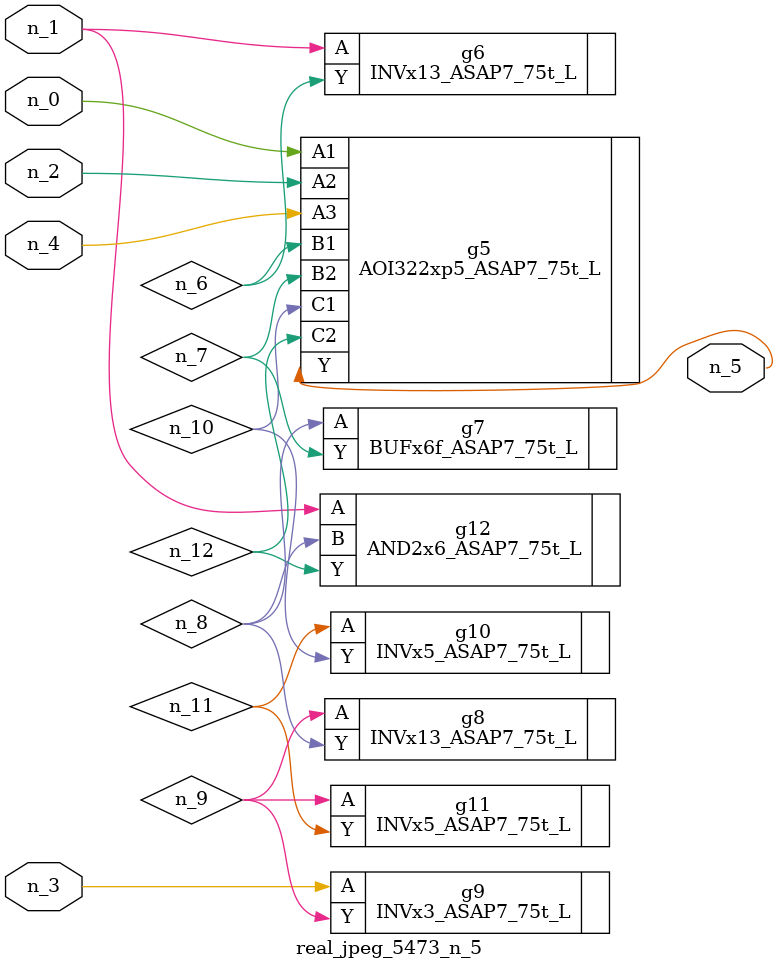
<source format=v>
module real_jpeg_5473_n_5 (n_4, n_0, n_1, n_2, n_3, n_5);

input n_4;
input n_0;
input n_1;
input n_2;
input n_3;

output n_5;

wire n_12;
wire n_8;
wire n_11;
wire n_6;
wire n_7;
wire n_10;
wire n_9;

AOI322xp5_ASAP7_75t_L g5 ( 
.A1(n_0),
.A2(n_2),
.A3(n_4),
.B1(n_6),
.B2(n_7),
.C1(n_10),
.C2(n_12),
.Y(n_5)
);

INVx13_ASAP7_75t_L g6 ( 
.A(n_1),
.Y(n_6)
);

AND2x6_ASAP7_75t_L g12 ( 
.A(n_1),
.B(n_8),
.Y(n_12)
);

INVx3_ASAP7_75t_L g9 ( 
.A(n_3),
.Y(n_9)
);

BUFx6f_ASAP7_75t_L g7 ( 
.A(n_8),
.Y(n_7)
);

INVx13_ASAP7_75t_L g8 ( 
.A(n_9),
.Y(n_8)
);

INVx5_ASAP7_75t_L g11 ( 
.A(n_9),
.Y(n_11)
);

INVx5_ASAP7_75t_L g10 ( 
.A(n_11),
.Y(n_10)
);


endmodule
</source>
